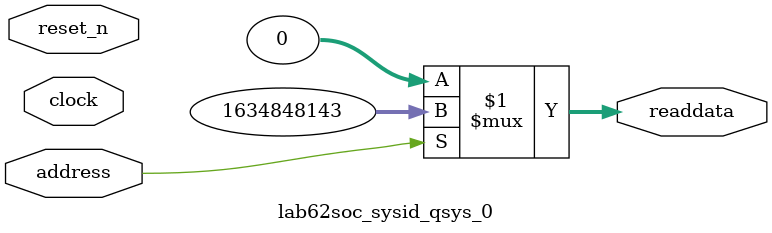
<source format=v>



// synthesis translate_off
`timescale 1ns / 1ps
// synthesis translate_on

// turn off superfluous verilog processor warnings 
// altera message_level Level1 
// altera message_off 10034 10035 10036 10037 10230 10240 10030 

module lab62soc_sysid_qsys_0 (
               // inputs:
                address,
                clock,
                reset_n,

               // outputs:
                readdata
             )
;

  output  [ 31: 0] readdata;
  input            address;
  input            clock;
  input            reset_n;

  wire    [ 31: 0] readdata;
  //control_slave, which is an e_avalon_slave
  assign readdata = address ? 1634848143 : 0;

endmodule



</source>
